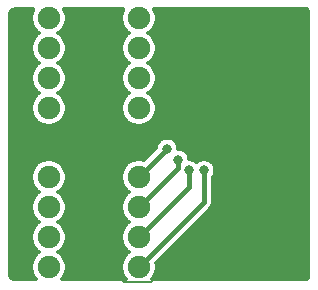
<source format=gbl>
%TF.GenerationSoftware,KiCad,Pcbnew,5.1.6-c6e7f7d~86~ubuntu18.04.1*%
%TF.CreationDate,2020-07-28T10:33:50+01:00*%
%TF.ProjectId,cortex-debug,636f7274-6578-42d6-9465-6275672e6b69,rev?*%
%TF.SameCoordinates,Original*%
%TF.FileFunction,Copper,L2,Bot*%
%TF.FilePolarity,Positive*%
%FSLAX46Y46*%
G04 Gerber Fmt 4.6, Leading zero omitted, Abs format (unit mm)*
G04 Created by KiCad (PCBNEW 5.1.6-c6e7f7d~86~ubuntu18.04.1) date 2020-07-28 10:33:50*
%MOMM*%
%LPD*%
G01*
G04 APERTURE LIST*
%TA.AperFunction,ComponentPad*%
%ADD10C,1.900000*%
%TD*%
%TA.AperFunction,ViaPad*%
%ADD11C,0.800000*%
%TD*%
%TA.AperFunction,Conductor*%
%ADD12C,0.200000*%
%TD*%
%TA.AperFunction,Conductor*%
%ADD13C,0.400000*%
%TD*%
%TA.AperFunction,Conductor*%
%ADD14C,0.300000*%
%TD*%
G04 APERTURE END LIST*
D10*
%TO.P,J6,8*%
%TO.N,/~RESET*%
X110490000Y-66929000D03*
%TO.P,J6,7*%
%TO.N,GND*%
X107950000Y-66929000D03*
%TO.P,J6,6*%
%TO.N,/CH5*%
X110490000Y-64389000D03*
%TO.P,J6,5*%
%TO.N,GND*%
X107950000Y-64389000D03*
%TO.P,J6,4*%
%TO.N,/CH6*%
X110490000Y-61849000D03*
%TO.P,J6,3*%
%TO.N,GND*%
X107950000Y-61849000D03*
%TO.P,J6,2*%
%TO.N,/CH7*%
X110490000Y-59309000D03*
%TO.P,J6,1*%
%TO.N,GND*%
X107950000Y-59309000D03*
%TD*%
%TO.P,J5,1*%
%TO.N,GND*%
X100330000Y-59309000D03*
%TO.P,J5,2*%
%TO.N,/CH7*%
X102870000Y-59309000D03*
%TO.P,J5,3*%
%TO.N,GND*%
X100330000Y-61849000D03*
%TO.P,J5,4*%
%TO.N,/CH6*%
X102870000Y-61849000D03*
%TO.P,J5,5*%
%TO.N,GND*%
X100330000Y-64389000D03*
%TO.P,J5,6*%
%TO.N,/CH5*%
X102870000Y-64389000D03*
%TO.P,J5,7*%
%TO.N,GND*%
X100330000Y-66929000D03*
%TO.P,J5,8*%
%TO.N,/~RESET*%
X102870000Y-66929000D03*
%TD*%
%TO.P,J2,8*%
%TO.N,/SWDIO*%
X110490000Y-80391000D03*
%TO.P,J2,7*%
%TO.N,GND*%
X107950000Y-80391000D03*
%TO.P,J2,6*%
%TO.N,/SWCLK*%
X110490000Y-77851000D03*
%TO.P,J2,5*%
%TO.N,GND*%
X107950000Y-77851000D03*
%TO.P,J2,4*%
%TO.N,/SWO*%
X110490000Y-75311000D03*
%TO.P,J2,3*%
%TO.N,GND*%
X107950000Y-75311000D03*
%TO.P,J2,2*%
%TO.N,/JTDI*%
X110490000Y-72771000D03*
%TO.P,J2,1*%
%TO.N,GND*%
X107950000Y-72771000D03*
%TD*%
%TO.P,J1,8*%
%TO.N,/SWDIO*%
X102870000Y-80391000D03*
%TO.P,J1,7*%
%TO.N,GND*%
X100330000Y-80391000D03*
%TO.P,J1,6*%
%TO.N,/SWCLK*%
X102870000Y-77851000D03*
%TO.P,J1,5*%
%TO.N,GND*%
X100330000Y-77851000D03*
%TO.P,J1,4*%
%TO.N,/SWO*%
X102870000Y-75311000D03*
%TO.P,J1,3*%
%TO.N,GND*%
X100330000Y-75311000D03*
%TO.P,J1,2*%
%TO.N,/JTDI*%
X102870000Y-72771000D03*
%TO.P,J1,1*%
%TO.N,GND*%
X100330000Y-72771000D03*
%TD*%
D11*
%TO.N,GND*%
X124300000Y-77300000D03*
X124300000Y-76000000D03*
X124300000Y-73500000D03*
X124300000Y-65300000D03*
X124300000Y-64000000D03*
X124300000Y-61500000D03*
%TO.N,/SWDIO*%
X116000000Y-72200000D03*
%TO.N,/SWCLK*%
X114700000Y-72200000D03*
%TO.N,/SWO*%
X113800000Y-71300000D03*
%TO.N,/JTDI*%
X112900000Y-70400000D03*
%TD*%
D12*
%TO.N,GND*%
X109200001Y-81641001D02*
X111558999Y-81641001D01*
X107950000Y-80391000D02*
X109200001Y-81641001D01*
X111558999Y-81641001D02*
X112100000Y-81100000D01*
D13*
%TO.N,/SWDIO*%
X110490000Y-80391000D02*
X116000000Y-74881000D01*
X116000000Y-74881000D02*
X116000000Y-72200000D01*
%TO.N,/SWCLK*%
X110490000Y-77851000D02*
X114700000Y-73641000D01*
X114700000Y-73641000D02*
X114700000Y-72200000D01*
%TO.N,/SWO*%
X110490000Y-75311000D02*
X113800000Y-72001000D01*
X113800000Y-72001000D02*
X113800000Y-71300000D01*
%TO.N,/JTDI*%
X110490000Y-72771000D02*
X110529000Y-72771000D01*
X110529000Y-72771000D02*
X112900000Y-70400000D01*
%TD*%
D14*
%TO.N,GND*%
G36*
X101540717Y-58598483D02*
G01*
X101427644Y-58871466D01*
X101370000Y-59161263D01*
X101370000Y-59456737D01*
X101427644Y-59746534D01*
X101540717Y-60019517D01*
X101704874Y-60265194D01*
X101913806Y-60474126D01*
X102070760Y-60579000D01*
X101913806Y-60683874D01*
X101704874Y-60892806D01*
X101540717Y-61138483D01*
X101427644Y-61411466D01*
X101370000Y-61701263D01*
X101370000Y-61996737D01*
X101427644Y-62286534D01*
X101540717Y-62559517D01*
X101704874Y-62805194D01*
X101913806Y-63014126D01*
X102070760Y-63119000D01*
X101913806Y-63223874D01*
X101704874Y-63432806D01*
X101540717Y-63678483D01*
X101427644Y-63951466D01*
X101370000Y-64241263D01*
X101370000Y-64536737D01*
X101427644Y-64826534D01*
X101540717Y-65099517D01*
X101704874Y-65345194D01*
X101913806Y-65554126D01*
X102070760Y-65659000D01*
X101913806Y-65763874D01*
X101704874Y-65972806D01*
X101540717Y-66218483D01*
X101427644Y-66491466D01*
X101370000Y-66781263D01*
X101370000Y-67076737D01*
X101427644Y-67366534D01*
X101540717Y-67639517D01*
X101704874Y-67885194D01*
X101913806Y-68094126D01*
X102159483Y-68258283D01*
X102432466Y-68371356D01*
X102722263Y-68429000D01*
X103017737Y-68429000D01*
X103307534Y-68371356D01*
X103580517Y-68258283D01*
X103826194Y-68094126D01*
X104035126Y-67885194D01*
X104199283Y-67639517D01*
X104312356Y-67366534D01*
X104370000Y-67076737D01*
X104370000Y-66781263D01*
X104312356Y-66491466D01*
X104199283Y-66218483D01*
X104035126Y-65972806D01*
X103826194Y-65763874D01*
X103669240Y-65659000D01*
X103826194Y-65554126D01*
X104035126Y-65345194D01*
X104199283Y-65099517D01*
X104312356Y-64826534D01*
X104370000Y-64536737D01*
X104370000Y-64241263D01*
X104312356Y-63951466D01*
X104199283Y-63678483D01*
X104035126Y-63432806D01*
X103826194Y-63223874D01*
X103669240Y-63119000D01*
X103826194Y-63014126D01*
X104035126Y-62805194D01*
X104199283Y-62559517D01*
X104312356Y-62286534D01*
X104370000Y-61996737D01*
X104370000Y-61701263D01*
X104312356Y-61411466D01*
X104199283Y-61138483D01*
X104035126Y-60892806D01*
X103826194Y-60683874D01*
X103669240Y-60579000D01*
X103826194Y-60474126D01*
X104035126Y-60265194D01*
X104199283Y-60019517D01*
X104312356Y-59746534D01*
X104370000Y-59456737D01*
X104370000Y-59161263D01*
X104312356Y-58871466D01*
X104199283Y-58598483D01*
X104183592Y-58575000D01*
X109176408Y-58575000D01*
X109160717Y-58598483D01*
X109047644Y-58871466D01*
X108990000Y-59161263D01*
X108990000Y-59456737D01*
X109047644Y-59746534D01*
X109160717Y-60019517D01*
X109324874Y-60265194D01*
X109533806Y-60474126D01*
X109690760Y-60579000D01*
X109533806Y-60683874D01*
X109324874Y-60892806D01*
X109160717Y-61138483D01*
X109047644Y-61411466D01*
X108990000Y-61701263D01*
X108990000Y-61996737D01*
X109047644Y-62286534D01*
X109160717Y-62559517D01*
X109324874Y-62805194D01*
X109533806Y-63014126D01*
X109690760Y-63119000D01*
X109533806Y-63223874D01*
X109324874Y-63432806D01*
X109160717Y-63678483D01*
X109047644Y-63951466D01*
X108990000Y-64241263D01*
X108990000Y-64536737D01*
X109047644Y-64826534D01*
X109160717Y-65099517D01*
X109324874Y-65345194D01*
X109533806Y-65554126D01*
X109690760Y-65659000D01*
X109533806Y-65763874D01*
X109324874Y-65972806D01*
X109160717Y-66218483D01*
X109047644Y-66491466D01*
X108990000Y-66781263D01*
X108990000Y-67076737D01*
X109047644Y-67366534D01*
X109160717Y-67639517D01*
X109324874Y-67885194D01*
X109533806Y-68094126D01*
X109779483Y-68258283D01*
X110052466Y-68371356D01*
X110342263Y-68429000D01*
X110637737Y-68429000D01*
X110927534Y-68371356D01*
X111200517Y-68258283D01*
X111446194Y-68094126D01*
X111655126Y-67885194D01*
X111819283Y-67639517D01*
X111932356Y-67366534D01*
X111990000Y-67076737D01*
X111990000Y-66781263D01*
X111932356Y-66491466D01*
X111819283Y-66218483D01*
X111655126Y-65972806D01*
X111446194Y-65763874D01*
X111289240Y-65659000D01*
X111446194Y-65554126D01*
X111655126Y-65345194D01*
X111819283Y-65099517D01*
X111932356Y-64826534D01*
X111990000Y-64536737D01*
X111990000Y-64241263D01*
X111932356Y-63951466D01*
X111819283Y-63678483D01*
X111655126Y-63432806D01*
X111446194Y-63223874D01*
X111289240Y-63119000D01*
X111446194Y-63014126D01*
X111655126Y-62805194D01*
X111819283Y-62559517D01*
X111932356Y-62286534D01*
X111990000Y-61996737D01*
X111990000Y-61701263D01*
X111932356Y-61411466D01*
X111819283Y-61138483D01*
X111655126Y-60892806D01*
X111446194Y-60683874D01*
X111289240Y-60579000D01*
X111446194Y-60474126D01*
X111655126Y-60265194D01*
X111819283Y-60019517D01*
X111932356Y-59746534D01*
X111990000Y-59456737D01*
X111990000Y-59161263D01*
X111932356Y-58871466D01*
X111819283Y-58598483D01*
X111803592Y-58575000D01*
X124731178Y-58575000D01*
X124784627Y-58674996D01*
X124832955Y-58834312D01*
X124850000Y-59007373D01*
X124850000Y-80992627D01*
X124832955Y-81165688D01*
X124784627Y-81325004D01*
X124731178Y-81425000D01*
X111577320Y-81425000D01*
X111655126Y-81347194D01*
X111819283Y-81101517D01*
X111932356Y-80828534D01*
X111990000Y-80538737D01*
X111990000Y-80243263D01*
X111941620Y-80000039D01*
X116504287Y-75437373D01*
X116532895Y-75413895D01*
X116626619Y-75299693D01*
X116696261Y-75169401D01*
X116739147Y-75028026D01*
X116750000Y-74917835D01*
X116750000Y-74917828D01*
X116753627Y-74881000D01*
X116750000Y-74844172D01*
X116750000Y-72787501D01*
X116841879Y-72649994D01*
X116913492Y-72477105D01*
X116950000Y-72293567D01*
X116950000Y-72106433D01*
X116913492Y-71922895D01*
X116841879Y-71750006D01*
X116737913Y-71594410D01*
X116605590Y-71462087D01*
X116449994Y-71358121D01*
X116277105Y-71286508D01*
X116093567Y-71250000D01*
X115906433Y-71250000D01*
X115722895Y-71286508D01*
X115550006Y-71358121D01*
X115394410Y-71462087D01*
X115350000Y-71506497D01*
X115305590Y-71462087D01*
X115149994Y-71358121D01*
X114977105Y-71286508D01*
X114793567Y-71250000D01*
X114750000Y-71250000D01*
X114750000Y-71206433D01*
X114713492Y-71022895D01*
X114641879Y-70850006D01*
X114537913Y-70694410D01*
X114405590Y-70562087D01*
X114249994Y-70458121D01*
X114077105Y-70386508D01*
X113893567Y-70350000D01*
X113850000Y-70350000D01*
X113850000Y-70306433D01*
X113813492Y-70122895D01*
X113741879Y-69950006D01*
X113637913Y-69794410D01*
X113505590Y-69662087D01*
X113349994Y-69558121D01*
X113177105Y-69486508D01*
X112993567Y-69450000D01*
X112806433Y-69450000D01*
X112622895Y-69486508D01*
X112450006Y-69558121D01*
X112294410Y-69662087D01*
X112162087Y-69794410D01*
X112058121Y-69950006D01*
X111986508Y-70122895D01*
X111954244Y-70285095D01*
X110913490Y-71325850D01*
X110637737Y-71271000D01*
X110342263Y-71271000D01*
X110052466Y-71328644D01*
X109779483Y-71441717D01*
X109533806Y-71605874D01*
X109324874Y-71814806D01*
X109160717Y-72060483D01*
X109047644Y-72333466D01*
X108990000Y-72623263D01*
X108990000Y-72918737D01*
X109047644Y-73208534D01*
X109160717Y-73481517D01*
X109324874Y-73727194D01*
X109533806Y-73936126D01*
X109690760Y-74041000D01*
X109533806Y-74145874D01*
X109324874Y-74354806D01*
X109160717Y-74600483D01*
X109047644Y-74873466D01*
X108990000Y-75163263D01*
X108990000Y-75458737D01*
X109047644Y-75748534D01*
X109160717Y-76021517D01*
X109324874Y-76267194D01*
X109533806Y-76476126D01*
X109690760Y-76581000D01*
X109533806Y-76685874D01*
X109324874Y-76894806D01*
X109160717Y-77140483D01*
X109047644Y-77413466D01*
X108990000Y-77703263D01*
X108990000Y-77998737D01*
X109047644Y-78288534D01*
X109160717Y-78561517D01*
X109324874Y-78807194D01*
X109533806Y-79016126D01*
X109690760Y-79121000D01*
X109533806Y-79225874D01*
X109324874Y-79434806D01*
X109160717Y-79680483D01*
X109047644Y-79953466D01*
X108990000Y-80243263D01*
X108990000Y-80538737D01*
X109047644Y-80828534D01*
X109160717Y-81101517D01*
X109324874Y-81347194D01*
X109402680Y-81425000D01*
X103957320Y-81425000D01*
X104035126Y-81347194D01*
X104199283Y-81101517D01*
X104312356Y-80828534D01*
X104370000Y-80538737D01*
X104370000Y-80243263D01*
X104312356Y-79953466D01*
X104199283Y-79680483D01*
X104035126Y-79434806D01*
X103826194Y-79225874D01*
X103669240Y-79121000D01*
X103826194Y-79016126D01*
X104035126Y-78807194D01*
X104199283Y-78561517D01*
X104312356Y-78288534D01*
X104370000Y-77998737D01*
X104370000Y-77703263D01*
X104312356Y-77413466D01*
X104199283Y-77140483D01*
X104035126Y-76894806D01*
X103826194Y-76685874D01*
X103669240Y-76581000D01*
X103826194Y-76476126D01*
X104035126Y-76267194D01*
X104199283Y-76021517D01*
X104312356Y-75748534D01*
X104370000Y-75458737D01*
X104370000Y-75163263D01*
X104312356Y-74873466D01*
X104199283Y-74600483D01*
X104035126Y-74354806D01*
X103826194Y-74145874D01*
X103669240Y-74041000D01*
X103826194Y-73936126D01*
X104035126Y-73727194D01*
X104199283Y-73481517D01*
X104312356Y-73208534D01*
X104370000Y-72918737D01*
X104370000Y-72623263D01*
X104312356Y-72333466D01*
X104199283Y-72060483D01*
X104035126Y-71814806D01*
X103826194Y-71605874D01*
X103580517Y-71441717D01*
X103307534Y-71328644D01*
X103017737Y-71271000D01*
X102722263Y-71271000D01*
X102432466Y-71328644D01*
X102159483Y-71441717D01*
X101913806Y-71605874D01*
X101704874Y-71814806D01*
X101540717Y-72060483D01*
X101427644Y-72333466D01*
X101370000Y-72623263D01*
X101370000Y-72918737D01*
X101427644Y-73208534D01*
X101540717Y-73481517D01*
X101704874Y-73727194D01*
X101913806Y-73936126D01*
X102070760Y-74041000D01*
X101913806Y-74145874D01*
X101704874Y-74354806D01*
X101540717Y-74600483D01*
X101427644Y-74873466D01*
X101370000Y-75163263D01*
X101370000Y-75458737D01*
X101427644Y-75748534D01*
X101540717Y-76021517D01*
X101704874Y-76267194D01*
X101913806Y-76476126D01*
X102070760Y-76581000D01*
X101913806Y-76685874D01*
X101704874Y-76894806D01*
X101540717Y-77140483D01*
X101427644Y-77413466D01*
X101370000Y-77703263D01*
X101370000Y-77998737D01*
X101427644Y-78288534D01*
X101540717Y-78561517D01*
X101704874Y-78807194D01*
X101913806Y-79016126D01*
X102070760Y-79121000D01*
X101913806Y-79225874D01*
X101704874Y-79434806D01*
X101540717Y-79680483D01*
X101427644Y-79953466D01*
X101370000Y-80243263D01*
X101370000Y-80538737D01*
X101427644Y-80828534D01*
X101540717Y-81101517D01*
X101704874Y-81347194D01*
X101782680Y-81425000D01*
X100028125Y-81425000D01*
X99917986Y-81414201D01*
X99839095Y-81390382D01*
X99766334Y-81351694D01*
X99702473Y-81299610D01*
X99649944Y-81236114D01*
X99610751Y-81163628D01*
X99586382Y-81084904D01*
X99575000Y-80976616D01*
X99575000Y-59028126D01*
X99585799Y-58917986D01*
X99609618Y-58839094D01*
X99648305Y-58766335D01*
X99700389Y-58702473D01*
X99763885Y-58649944D01*
X99836375Y-58610750D01*
X99915096Y-58586382D01*
X100023383Y-58575000D01*
X101556408Y-58575000D01*
X101540717Y-58598483D01*
G37*
X101540717Y-58598483D02*
X101427644Y-58871466D01*
X101370000Y-59161263D01*
X101370000Y-59456737D01*
X101427644Y-59746534D01*
X101540717Y-60019517D01*
X101704874Y-60265194D01*
X101913806Y-60474126D01*
X102070760Y-60579000D01*
X101913806Y-60683874D01*
X101704874Y-60892806D01*
X101540717Y-61138483D01*
X101427644Y-61411466D01*
X101370000Y-61701263D01*
X101370000Y-61996737D01*
X101427644Y-62286534D01*
X101540717Y-62559517D01*
X101704874Y-62805194D01*
X101913806Y-63014126D01*
X102070760Y-63119000D01*
X101913806Y-63223874D01*
X101704874Y-63432806D01*
X101540717Y-63678483D01*
X101427644Y-63951466D01*
X101370000Y-64241263D01*
X101370000Y-64536737D01*
X101427644Y-64826534D01*
X101540717Y-65099517D01*
X101704874Y-65345194D01*
X101913806Y-65554126D01*
X102070760Y-65659000D01*
X101913806Y-65763874D01*
X101704874Y-65972806D01*
X101540717Y-66218483D01*
X101427644Y-66491466D01*
X101370000Y-66781263D01*
X101370000Y-67076737D01*
X101427644Y-67366534D01*
X101540717Y-67639517D01*
X101704874Y-67885194D01*
X101913806Y-68094126D01*
X102159483Y-68258283D01*
X102432466Y-68371356D01*
X102722263Y-68429000D01*
X103017737Y-68429000D01*
X103307534Y-68371356D01*
X103580517Y-68258283D01*
X103826194Y-68094126D01*
X104035126Y-67885194D01*
X104199283Y-67639517D01*
X104312356Y-67366534D01*
X104370000Y-67076737D01*
X104370000Y-66781263D01*
X104312356Y-66491466D01*
X104199283Y-66218483D01*
X104035126Y-65972806D01*
X103826194Y-65763874D01*
X103669240Y-65659000D01*
X103826194Y-65554126D01*
X104035126Y-65345194D01*
X104199283Y-65099517D01*
X104312356Y-64826534D01*
X104370000Y-64536737D01*
X104370000Y-64241263D01*
X104312356Y-63951466D01*
X104199283Y-63678483D01*
X104035126Y-63432806D01*
X103826194Y-63223874D01*
X103669240Y-63119000D01*
X103826194Y-63014126D01*
X104035126Y-62805194D01*
X104199283Y-62559517D01*
X104312356Y-62286534D01*
X104370000Y-61996737D01*
X104370000Y-61701263D01*
X104312356Y-61411466D01*
X104199283Y-61138483D01*
X104035126Y-60892806D01*
X103826194Y-60683874D01*
X103669240Y-60579000D01*
X103826194Y-60474126D01*
X104035126Y-60265194D01*
X104199283Y-60019517D01*
X104312356Y-59746534D01*
X104370000Y-59456737D01*
X104370000Y-59161263D01*
X104312356Y-58871466D01*
X104199283Y-58598483D01*
X104183592Y-58575000D01*
X109176408Y-58575000D01*
X109160717Y-58598483D01*
X109047644Y-58871466D01*
X108990000Y-59161263D01*
X108990000Y-59456737D01*
X109047644Y-59746534D01*
X109160717Y-60019517D01*
X109324874Y-60265194D01*
X109533806Y-60474126D01*
X109690760Y-60579000D01*
X109533806Y-60683874D01*
X109324874Y-60892806D01*
X109160717Y-61138483D01*
X109047644Y-61411466D01*
X108990000Y-61701263D01*
X108990000Y-61996737D01*
X109047644Y-62286534D01*
X109160717Y-62559517D01*
X109324874Y-62805194D01*
X109533806Y-63014126D01*
X109690760Y-63119000D01*
X109533806Y-63223874D01*
X109324874Y-63432806D01*
X109160717Y-63678483D01*
X109047644Y-63951466D01*
X108990000Y-64241263D01*
X108990000Y-64536737D01*
X109047644Y-64826534D01*
X109160717Y-65099517D01*
X109324874Y-65345194D01*
X109533806Y-65554126D01*
X109690760Y-65659000D01*
X109533806Y-65763874D01*
X109324874Y-65972806D01*
X109160717Y-66218483D01*
X109047644Y-66491466D01*
X108990000Y-66781263D01*
X108990000Y-67076737D01*
X109047644Y-67366534D01*
X109160717Y-67639517D01*
X109324874Y-67885194D01*
X109533806Y-68094126D01*
X109779483Y-68258283D01*
X110052466Y-68371356D01*
X110342263Y-68429000D01*
X110637737Y-68429000D01*
X110927534Y-68371356D01*
X111200517Y-68258283D01*
X111446194Y-68094126D01*
X111655126Y-67885194D01*
X111819283Y-67639517D01*
X111932356Y-67366534D01*
X111990000Y-67076737D01*
X111990000Y-66781263D01*
X111932356Y-66491466D01*
X111819283Y-66218483D01*
X111655126Y-65972806D01*
X111446194Y-65763874D01*
X111289240Y-65659000D01*
X111446194Y-65554126D01*
X111655126Y-65345194D01*
X111819283Y-65099517D01*
X111932356Y-64826534D01*
X111990000Y-64536737D01*
X111990000Y-64241263D01*
X111932356Y-63951466D01*
X111819283Y-63678483D01*
X111655126Y-63432806D01*
X111446194Y-63223874D01*
X111289240Y-63119000D01*
X111446194Y-63014126D01*
X111655126Y-62805194D01*
X111819283Y-62559517D01*
X111932356Y-62286534D01*
X111990000Y-61996737D01*
X111990000Y-61701263D01*
X111932356Y-61411466D01*
X111819283Y-61138483D01*
X111655126Y-60892806D01*
X111446194Y-60683874D01*
X111289240Y-60579000D01*
X111446194Y-60474126D01*
X111655126Y-60265194D01*
X111819283Y-60019517D01*
X111932356Y-59746534D01*
X111990000Y-59456737D01*
X111990000Y-59161263D01*
X111932356Y-58871466D01*
X111819283Y-58598483D01*
X111803592Y-58575000D01*
X124731178Y-58575000D01*
X124784627Y-58674996D01*
X124832955Y-58834312D01*
X124850000Y-59007373D01*
X124850000Y-80992627D01*
X124832955Y-81165688D01*
X124784627Y-81325004D01*
X124731178Y-81425000D01*
X111577320Y-81425000D01*
X111655126Y-81347194D01*
X111819283Y-81101517D01*
X111932356Y-80828534D01*
X111990000Y-80538737D01*
X111990000Y-80243263D01*
X111941620Y-80000039D01*
X116504287Y-75437373D01*
X116532895Y-75413895D01*
X116626619Y-75299693D01*
X116696261Y-75169401D01*
X116739147Y-75028026D01*
X116750000Y-74917835D01*
X116750000Y-74917828D01*
X116753627Y-74881000D01*
X116750000Y-74844172D01*
X116750000Y-72787501D01*
X116841879Y-72649994D01*
X116913492Y-72477105D01*
X116950000Y-72293567D01*
X116950000Y-72106433D01*
X116913492Y-71922895D01*
X116841879Y-71750006D01*
X116737913Y-71594410D01*
X116605590Y-71462087D01*
X116449994Y-71358121D01*
X116277105Y-71286508D01*
X116093567Y-71250000D01*
X115906433Y-71250000D01*
X115722895Y-71286508D01*
X115550006Y-71358121D01*
X115394410Y-71462087D01*
X115350000Y-71506497D01*
X115305590Y-71462087D01*
X115149994Y-71358121D01*
X114977105Y-71286508D01*
X114793567Y-71250000D01*
X114750000Y-71250000D01*
X114750000Y-71206433D01*
X114713492Y-71022895D01*
X114641879Y-70850006D01*
X114537913Y-70694410D01*
X114405590Y-70562087D01*
X114249994Y-70458121D01*
X114077105Y-70386508D01*
X113893567Y-70350000D01*
X113850000Y-70350000D01*
X113850000Y-70306433D01*
X113813492Y-70122895D01*
X113741879Y-69950006D01*
X113637913Y-69794410D01*
X113505590Y-69662087D01*
X113349994Y-69558121D01*
X113177105Y-69486508D01*
X112993567Y-69450000D01*
X112806433Y-69450000D01*
X112622895Y-69486508D01*
X112450006Y-69558121D01*
X112294410Y-69662087D01*
X112162087Y-69794410D01*
X112058121Y-69950006D01*
X111986508Y-70122895D01*
X111954244Y-70285095D01*
X110913490Y-71325850D01*
X110637737Y-71271000D01*
X110342263Y-71271000D01*
X110052466Y-71328644D01*
X109779483Y-71441717D01*
X109533806Y-71605874D01*
X109324874Y-71814806D01*
X109160717Y-72060483D01*
X109047644Y-72333466D01*
X108990000Y-72623263D01*
X108990000Y-72918737D01*
X109047644Y-73208534D01*
X109160717Y-73481517D01*
X109324874Y-73727194D01*
X109533806Y-73936126D01*
X109690760Y-74041000D01*
X109533806Y-74145874D01*
X109324874Y-74354806D01*
X109160717Y-74600483D01*
X109047644Y-74873466D01*
X108990000Y-75163263D01*
X108990000Y-75458737D01*
X109047644Y-75748534D01*
X109160717Y-76021517D01*
X109324874Y-76267194D01*
X109533806Y-76476126D01*
X109690760Y-76581000D01*
X109533806Y-76685874D01*
X109324874Y-76894806D01*
X109160717Y-77140483D01*
X109047644Y-77413466D01*
X108990000Y-77703263D01*
X108990000Y-77998737D01*
X109047644Y-78288534D01*
X109160717Y-78561517D01*
X109324874Y-78807194D01*
X109533806Y-79016126D01*
X109690760Y-79121000D01*
X109533806Y-79225874D01*
X109324874Y-79434806D01*
X109160717Y-79680483D01*
X109047644Y-79953466D01*
X108990000Y-80243263D01*
X108990000Y-80538737D01*
X109047644Y-80828534D01*
X109160717Y-81101517D01*
X109324874Y-81347194D01*
X109402680Y-81425000D01*
X103957320Y-81425000D01*
X104035126Y-81347194D01*
X104199283Y-81101517D01*
X104312356Y-80828534D01*
X104370000Y-80538737D01*
X104370000Y-80243263D01*
X104312356Y-79953466D01*
X104199283Y-79680483D01*
X104035126Y-79434806D01*
X103826194Y-79225874D01*
X103669240Y-79121000D01*
X103826194Y-79016126D01*
X104035126Y-78807194D01*
X104199283Y-78561517D01*
X104312356Y-78288534D01*
X104370000Y-77998737D01*
X104370000Y-77703263D01*
X104312356Y-77413466D01*
X104199283Y-77140483D01*
X104035126Y-76894806D01*
X103826194Y-76685874D01*
X103669240Y-76581000D01*
X103826194Y-76476126D01*
X104035126Y-76267194D01*
X104199283Y-76021517D01*
X104312356Y-75748534D01*
X104370000Y-75458737D01*
X104370000Y-75163263D01*
X104312356Y-74873466D01*
X104199283Y-74600483D01*
X104035126Y-74354806D01*
X103826194Y-74145874D01*
X103669240Y-74041000D01*
X103826194Y-73936126D01*
X104035126Y-73727194D01*
X104199283Y-73481517D01*
X104312356Y-73208534D01*
X104370000Y-72918737D01*
X104370000Y-72623263D01*
X104312356Y-72333466D01*
X104199283Y-72060483D01*
X104035126Y-71814806D01*
X103826194Y-71605874D01*
X103580517Y-71441717D01*
X103307534Y-71328644D01*
X103017737Y-71271000D01*
X102722263Y-71271000D01*
X102432466Y-71328644D01*
X102159483Y-71441717D01*
X101913806Y-71605874D01*
X101704874Y-71814806D01*
X101540717Y-72060483D01*
X101427644Y-72333466D01*
X101370000Y-72623263D01*
X101370000Y-72918737D01*
X101427644Y-73208534D01*
X101540717Y-73481517D01*
X101704874Y-73727194D01*
X101913806Y-73936126D01*
X102070760Y-74041000D01*
X101913806Y-74145874D01*
X101704874Y-74354806D01*
X101540717Y-74600483D01*
X101427644Y-74873466D01*
X101370000Y-75163263D01*
X101370000Y-75458737D01*
X101427644Y-75748534D01*
X101540717Y-76021517D01*
X101704874Y-76267194D01*
X101913806Y-76476126D01*
X102070760Y-76581000D01*
X101913806Y-76685874D01*
X101704874Y-76894806D01*
X101540717Y-77140483D01*
X101427644Y-77413466D01*
X101370000Y-77703263D01*
X101370000Y-77998737D01*
X101427644Y-78288534D01*
X101540717Y-78561517D01*
X101704874Y-78807194D01*
X101913806Y-79016126D01*
X102070760Y-79121000D01*
X101913806Y-79225874D01*
X101704874Y-79434806D01*
X101540717Y-79680483D01*
X101427644Y-79953466D01*
X101370000Y-80243263D01*
X101370000Y-80538737D01*
X101427644Y-80828534D01*
X101540717Y-81101517D01*
X101704874Y-81347194D01*
X101782680Y-81425000D01*
X100028125Y-81425000D01*
X99917986Y-81414201D01*
X99839095Y-81390382D01*
X99766334Y-81351694D01*
X99702473Y-81299610D01*
X99649944Y-81236114D01*
X99610751Y-81163628D01*
X99586382Y-81084904D01*
X99575000Y-80976616D01*
X99575000Y-59028126D01*
X99585799Y-58917986D01*
X99609618Y-58839094D01*
X99648305Y-58766335D01*
X99700389Y-58702473D01*
X99763885Y-58649944D01*
X99836375Y-58610750D01*
X99915096Y-58586382D01*
X100023383Y-58575000D01*
X101556408Y-58575000D01*
X101540717Y-58598483D01*
%TD*%
M02*

</source>
